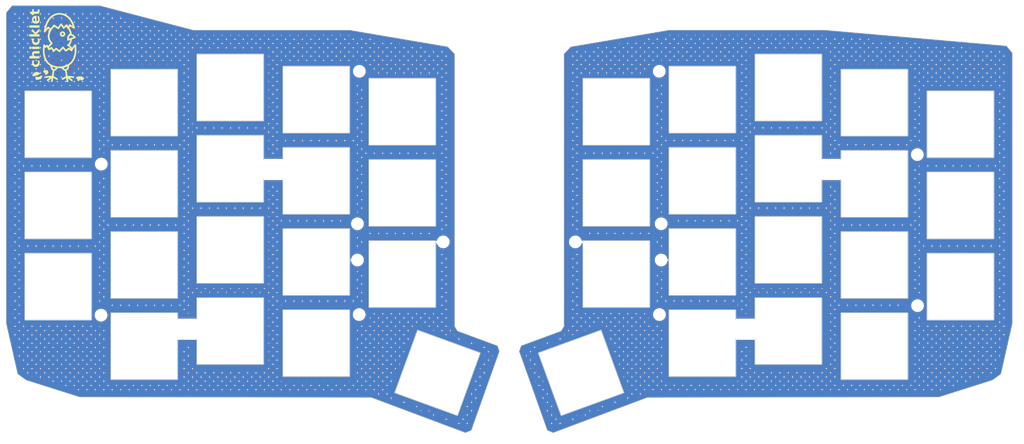
<source format=kicad_pcb>
(kicad_pcb (version 20221018) (generator pcbnew)
  (layers (0 "F.Cu" signal) (31 "B.Cu" signal) (34 "B.Paste" user) (35 "F.Paste" user) (36 "B.SilkS" user "B.Silkscreen") (37 "F.SilkS" user "F.Silkscreen") (38 "B.Mask" user) (39 "F.Mask" user) (44 "Edge.Cuts" user))
  (net 0 "")
  (net 1 "GND")
  (net 2 "GND2")
  (footprint "chicklet-v1:Choc_switchplate" (layer "F.Cu") (at 45.9 65.715 180)
    (fp_text reference "SW1" hide)
    (fp_text value "CPG135001S30 " hide)
    (fp_line (start -7 -7) (end -7 -6) (stroke (width 0.15)) (layer "Edge.Cuts"))
    (fp_line (start -7 -6) (end -7 7) (stroke (width 0.15)) (layer "Edge.Cuts"))
    (fp_line (start -7 7) (end -6 7) (stroke (width 0.15)) (layer "Edge.Cuts"))
    (fp_line (start 0 -7) (end -7 -7) (stroke (width 0.15)) (layer "Edge.Cuts"))
    (fp_line (start 0 -7) (end 7 -7) (stroke (width 0.15)) (layer "Edge.Cuts"))
    (fp_line (start 7 -7) (end 7 6) (stroke (width 0.15)) (layer "Edge.Cuts"))
    (fp_line (start 7 6) (end 7 7) (stroke (width 0.15)) (layer "Edge.Cuts"))
    (fp_line (start 7 7) (end -6 7) (stroke (width 0.15)) (layer "Edge.Cuts"))
  )
  (footprint "chicklet-v1:Choc_switchplate" (layer "F.Cu") (at 100.05 94.64)
    (fp_text reference "SW14" hide)
    (fp_text value "CPG135001S30 " hide)
    (fp_line (start -7 -7) (end -7 -6) (stroke (width 0.15)) (layer "Edge.Cuts"))
    (fp_line (start -7 -6) (end -7 7) (stroke (width 0.15)) (layer "Edge.Cuts"))
    (fp_line (start -7 7) (end -6 7) (stroke (width 0.15)) (layer "Edge.Cuts"))
    (fp_line (start 0 -7) (end -7 -7) (stroke (width 0.15)) (layer "Edge.Cuts"))
    (fp_line (start 0 -7) (end 7 -7) (stroke (width 0.15)) (layer "Edge.Cuts"))
    (fp_line (start 7 -7) (end 7 6) (stroke (width 0.15)) (layer "Edge.Cuts"))
    (fp_line (start 7 6) (end 7 7) (stroke (width 0.15)) (layer "Edge.Cuts"))
    (fp_line (start 7 7) (end -6 7) (stroke (width 0.15)) (layer "Edge.Cuts"))
  )
  (footprint "chicklet-v1:Choc_switchplate" (layer "F.Cu") (at 63.95 61.175 180)
    (fp_text reference "SW4" hide)
    (fp_text value "CPG135001S30 " hide)
    (fp_line (start -7 -7) (end -7 -6) (stroke (width 0.15)) (layer "Edge.Cuts"))
    (fp_line (start -7 -6) (end -7 7) (stroke (width 0.15)) (layer "Edge.Cuts"))
    (fp_line (start -7 7) (end -6 7) (stroke (width 0.15)) (layer "Edge.Cuts"))
    (fp_line (start 0 -7) (end -7 -7) (stroke (width 0.15)) (layer "Edge.Cuts"))
    (fp_line (start 0 -7) (end 7 -7) (stroke (width 0.15)) (layer "Edge.Cuts"))
    (fp_line (start 7 -7) (end 7 6) (stroke (width 0.15)) (layer "Edge.Cuts"))
    (fp_line (start 7 6) (end 7 7) (stroke (width 0.15)) (layer "Edge.Cuts"))
    (fp_line (start 7 7) (end -6 7) (stroke (width 0.15)) (layer "Edge.Cuts"))
  )
  (footprint "chicklet-v1:Choc_switchplate" (layer "F.Cu") (at 82 109.15 180)
    (fp_text reference "SW11" hide)
    (fp_text value "CPG135001S30 " hide)
    (fp_line (start -7 -7) (end -7 -6) (stroke (width 0.15)) (layer "Edge.Cuts"))
    (fp_line (start -7 -6) (end -7 7) (stroke (width 0.15)) (layer "Edge.Cuts"))
    (fp_line (start -7 7) (end -6 7) (stroke (width 0.15)) (layer "Edge.Cuts"))
    (fp_line (start 0 -7) (end -7 -7) (stroke (width 0.15)) (layer "Edge.Cuts"))
    (fp_line (start 0 -7) (end 7 -7) (stroke (width 0.15)) (layer "Edge.Cuts"))
    (fp_line (start 7 -7) (end 7 6) (stroke (width 0.15)) (layer "Edge.Cuts"))
    (fp_line (start 7 6) (end 7 7) (stroke (width 0.15)) (layer "Edge.Cuts"))
    (fp_line (start 7 7) (end -6 7) (stroke (width 0.15)) (layer "Edge.Cuts"))
  )
  (footprint "chicklet-v1:Choc_switchplate" (layer "F.Cu") (at 118.1 80.13)
    (fp_text reference "SW17" hide)
    (fp_text value "CPG135001S30 " hide)
    (fp_line (start -7 -7) (end -7 -6) (stroke (width 0.15)) (layer "Edge.Cuts"))
    (fp_line (start -7 -6) (end -7 7) (stroke (width 0.15)) (layer "Edge.Cuts"))
    (fp_line (start -7 7) (end -6 7) (stroke (width 0.15)) (layer "Edge.Cuts"))
    (fp_line (start 0 -7) (end -7 -7) (stroke (width 0.15)) (layer "Edge.Cuts"))
    (fp_line (start 0 -7) (end 7 -7) (stroke (width 0.15)) (layer "Edge.Cuts"))
    (fp_line (start 7 -7) (end 7 6) (stroke (width 0.15)) (layer "Edge.Cuts"))
    (fp_line (start 7 6) (end 7 7) (stroke (width 0.15)) (layer "Edge.Cuts"))
    (fp_line (start 7 7) (end -6 7) (stroke (width 0.15)) (layer "Edge.Cuts"))
  )
  (footprint "chicklet-v1:Choc_switchplate" (layer "F.Cu") (at 82 75.05 180)
    (fp_text reference "SW9" hide)
    (fp_text value "CPG135001S30 " hide)
    (fp_line (start -7 -7) (end -7 -6) (stroke (width 0.15)) (layer "Edge.Cuts"))
    (fp_line (start -7 -6) (end -7 7) (stroke (width 0.15)) (layer "Edge.Cuts"))
    (fp_line (start -7 7) (end -6 7) (stroke (width 0.15)) (layer "Edge.Cuts"))
    (fp_line (start 0 -7) (end -7 -7) (stroke (width 0.15)) (layer "Edge.Cuts"))
    (fp_line (start 0 -7) (end 7 -7) (stroke (width 0.15)) (layer "Edge.Cuts"))
    (fp_line (start 7 -7) (end 7 6) (stroke (width 0.15)) (layer "Edge.Cuts"))
    (fp_line (start 7 6) (end 7 7) (stroke (width 0.15)) (layer "Edge.Cuts"))
    (fp_line (start 7 7) (end -6 7) (stroke (width 0.15)) (layer "Edge.Cuts"))
  )
  (footprint "chicklet-v1:chicklet" (layer "F.Cu") (at 45.617846 51.174799)
    (fp_text reference "G***" hide)
    (fp_text value "LOGO" hide)
    (fp_poly (pts (xy -0.889025 2.513214) (xy -0.799813 2.545946) (xy -0.708686 2.576277) (xy -0.615651 2.6042) (xy -0.520719 2.629704) (xy -0.423898 2.65278) (xy -0.325199 2.673419) (xy -0.224629 2.691612) (xy -0.225424 2.691612) (xy -0.239481 2.717391) (xy -0.254878 2.743323) (xy -0.27163 2.769098) (xy -0.289755 2.794402) (xy -0.30927 2.818925) (xy -0.330194 2.842356) (xy -0.352543 2.864382) (xy -0.364258 2.87477) (xy -0.376335 2.884691) (xy -0.388778 2.894105) (xy -0.401588 2.902973) (xy -0.414767 2.911256) (xy -0.428318 2.918915) (xy -0.442243 2.925912) (xy -0.456544 2.932207) (xy -0.471223 2.937761) (xy -0.486282 2.942536) (xy -0.501724 2.946492) (xy -0.517551 2.94959) (xy -0.533764 2.951792) (xy -0.550367 2.953059) (xy -0.56736 2.953351) (xy -0.584748 2.95263) (xy -0.60253 2.950857) (xy -0.620711 2.947993) (xy -0.631823 2.944819) (xy -0.650701 2.940049) (xy -0.668943 2.934249) (xy -0.686561 2.927459) (xy -0.703566 2.919718) (xy -0.71997 2.911066) (xy -0.735783 2.901543) (xy -0.751016 2.891188) (xy -0.765682 2.880041) (xy -0.77979 2.868142) (xy -0.793353 2.85553) (xy -0.806382 2.842245) (xy -0.818886 2.828327) (xy -0.830879 2.813816) (xy -0.842371 2.798751) (xy -0.853373 2.783171) (xy -0.863896 2.767117) (xy -0.883552 2.733744) (xy -0.901427 2.698949) (xy -0.917612 2.663049) (xy -0.932196 2.626363) (xy -0.945268 2.589206) (xy -0.956919 2.551897) (xy -0.967236 2.514754) (xy -0.976311 2.478093)) (fill solid) (layer "F.Cu"))
    (fp_poly (pts (xy 2.220236 2.408586) (xy 2.220876 2.420925) (xy 2.221238 2.43335) (xy 2.221311 2.445858) (xy 2.221086 2.458445) (xy 2.220554 2.471108) (xy 2.219706 2.483842) (xy 2.218532 2.496646) (xy 2.217024 2.509514) (xy 2.215171 2.522444) (xy 2.212965 2.535432) (xy 2.210396 2.548475) (xy 2.207455 2.561569) (xy 2.204133 2.574711) (xy 2.20042 2.587897) (xy 2.196307 2.601123) (xy 2.187227 2.628079) (xy 2.176984 2.654433) (xy 2.165625 2.680125) (xy 2.153196 2.705092) (xy 2.139745 2.729274) (xy 2.125316 2.752607) (xy 2.109957 2.775032) (xy 2.093715 2.796485) (xy 2.076635 2.816906) (xy 2.058765 2.836233) (xy 2.040151 2.854404) (xy 2.020839 2.871358) (xy 2.000876 2.887033) (xy 1.980308 2.901367) (xy 1.959182 2.914299) (xy 1.937545 2.925767) (xy 1.921188 2.933794) (xy 1.90514 2.940907) (xy 1.889377 2.947104) (xy 1.873871 2.952382) (xy 1.858598 2.95674) (xy 1.843532 2.960174) (xy 1.828647 2.962683) (xy 1.813918 2.964264) (xy 1.799319 2.964914) (xy 1.784825 2.964633) (xy 1.77041 2.963416) (xy 1.756049 2.961262) (xy 1.741715 2.958169) (xy 1.727384 2.954134) (xy 1.713029 2.949155) (xy 1.698626 2.94323) (xy 1.698626 2.942437) (xy 1.681517 2.934269) (xy 1.664441 2.924681) (xy 1.647432 2.913724) (xy 1.630525 2.901447) (xy 1.613753 2.8879) (xy 1.597149 2.873134) (xy 1.580747 2.857198) (xy 1.564582 2.840142) (xy 1.548686 2.822017) (xy 1.533094 2.802871) (xy 1.517839 2.782757) (xy 1.502954 2.761722) (xy 1.488475 2.739818) (xy 1.474434 2.717094) (xy 1.460864 2.6936) (xy 1.447801 2.669386) (xy 1.536851 2.646617) (xy 1.628739 2.62103) (xy 1.723101 2.59241) (xy 1.819574 2.560544) (xy 1.917796 2.525217) (xy 2.017404 2.486216) (xy 2.118035 2.443327) (xy 2.219326 2.396336)) (fill solid) (layer "F.Cu"))
    (fp_poly (pts (xy 1.297783 -5.592759) (xy 1.30337 -5.584902) (xy 1.309401 -5.577411) (xy 1.315855 -5.570302) (xy 1.322712 -5.563589) (xy 1.32995 -5.557285) (xy 1.337548 -5.551403) (xy 1.345486 -5.54596) (xy 1.353742 -5.540967) (xy 1.362297 -5.536439) (xy 1.371127 -5.532391) (xy 1.380214 -5.528835) (xy 1.389536 -5.525786) (xy 1.399071 -5.523259) (xy 1.4088 -5.521266) (xy 1.4187 -5.519822) (xy 1.428752 -5.518941) (xy 1.438413 -5.518195) (xy 1.448037 -5.518032) (xy 1.457606 -5.518442) (xy 1.4671 -5.519412) (xy 1.476501 -5.520931) (xy 1.48579 -5.522987) (xy 1.49495 -5.525568) (xy 1.50396 -5.528664) (xy 1.512803 -5.532262) (xy 1.52146 -5.53635) (xy 1.529912 -5.540918) (xy 1.538141 -5.545953) (xy 1.546128 -5.551444) (xy 1.553855 -5.557379) (xy 1.561302 -5.563746) (xy 1.568452 -5.570534) (xy 1.901827 -5.903909) (xy 1.968647 -5.85277) (xy 2.035517 -5.797477) (xy 2.102077 -5.737875) (xy 2.167969 -5.673809) (xy 2.232833 -5.605124) (xy 2.29631 -5.531667) (xy 2.35804 -5.453282) (xy 2.417665 -5.369815) (xy 2.474825 -5.281111) (xy 2.529161 -5.187015) (xy 2.580313 -5.087373) (xy 2.627922 -4.982031) (xy 2.67163 -4.870833) (xy 2.711075 -4.753625) (xy 2.745901 -4.630252) (xy 2.775746 -4.50056) (xy 2.768753 -4.500429) (xy 2.761768 -4.500037) (xy 2.754803 -4.499382) (xy 2.747865 -4.498464) (xy 2.740965 -4.49728) (xy 2.734111 -4.49583) (xy 2.727313 -4.494112) (xy 2.72058 -4.492126) (xy 2.713922 -4.48987) (xy 2.707347 -4.487343) (xy 2.700865 -4.484544) (xy 2.694486 -4.481472) (xy 2.688218 -4.478126) (xy 2.682071 -4.474504) (xy 2.676054 -4.470605) (xy 2.670177 -4.466428) (xy 2.636083 -4.439741) (xy 2.563517 -4.373187) (xy 2.517528 -4.325152) (xy 2.467585 -4.26738) (xy 2.415577 -4.199948) (xy 2.363393 -4.122933) (xy 2.31292 -4.036411) (xy 2.266047 -3.94046) (xy 2.224662 -3.835156) (xy 2.206617 -3.779021) (xy 2.190653 -3.720576) (xy 2.177005 -3.659831) (xy 2.165909 -3.596796) (xy 2.157601 -3.531481) (xy 2.152317 -3.463894) (xy 2.150294 -3.394046) (xy 2.151767 -3.321946) (xy 2.156972 -3.247603) (xy 2.166146 -3.171028) (xy 2.166743 -3.16621) (xy 2.167492 -3.161431) (xy 2.169433 -3.151998) (xy 2.17195 -3.142745) (xy 2.175026 -3.133685) (xy 2.178641 -3.124834) (xy 2.182777 -3.116208) (xy 2.187416 -3.107822) (xy 2.192538 -3.09969) (xy 2.198125 -3.091828) (xy 2.204159 -3.084251) (xy 2.210621 -3.076973) (xy 2.217492 -3.070011) (xy 2.224753 -3.063379) (xy 2.232387 -3.057093) (xy 2.240374 -3.051166) (xy 2.248696 -3.045616) (xy 2.254082 -3.042583) (xy 2.259524 -3.039738) (xy 2.265025 -3.037081) (xy 2.270586 -3.034614) (xy 2.276207 -3.032338) (xy 2.281889 -3.030253) (xy 2.287634 -3.028361) (xy 2.293443 -3.026664) (xy 2.299317 -3.025162) (xy 2.305258 -3.023856) (xy 2.311266 -3.022749) (xy 2.317343 -3.02184) (xy 2.323489 -3.021131) (xy 2.329706 -3.020623) (xy 2.335996 -3.020317) (xy 2.342358 -3.020215) (xy 2.349014 -3.020362) (xy 2.355864 -3.020798) (xy 2.362882 -3.021512) (xy 2.37004 -3.022497) (xy 2.377309 -3.023741) (xy 2.384662 -3.025237) (xy 2.392071 -3.026975) (xy 2.399508 -3.028945) (xy 2.806702 -3.16547) (xy 2.793716 -3.09954) (xy 2.779391 -3.036693) (xy 2.763837 -2.976862) (xy 2.747164 -2.919982) (xy 2.729485 -2.865986) (xy 2.71091 -2.814809) (xy 2.69155 -2.766385) (xy 2.671516 -2.720648) (xy 2.65092 -2.677532) (xy 2.629872 -2.63697) (xy 2.608483 -2.598897) (xy 2.586864 -2.563247) (xy 2.565127 -2.529954) (xy 2.543383 -2.498951) (xy 2.521742 -2.470174) (xy 2.500315 -2.443555) (xy 2.479214 -2.419029) (xy 2.458549 -2.39653) (xy 2.438432 -2.375992) (xy 2.418974 -2.357349) (xy 2.382478 -2.325484) (xy 2.349949 -2.300407) (xy 2.322275 -2.28159) (xy 2.300345 -2.268505) (xy 2.285048 -2.260625) (xy 2.277271 -2.257421) (xy 2.2652 -2.251705) (xy 2.253711 -2.245291) (xy 2.242823 -2.238208) (xy 2.23256 -2.230483) (xy 2.222943 -2.222143) (xy 2.213995 -2.213218) (xy 2.205738 -2.203735) (xy 2.198193 -2.193722) (xy 2.191383 -2.183206) (xy 2.18533 -2.172216) (xy 2.180056 -2.16078) (xy 2.175583 -2.148925) (xy 2.171934 -2.136679) (xy 2.16913 -2.12407) (xy 2.167193 -2.111127) (xy 2.166146 -2.097877) (xy 2.165975 -2.091485) (xy 2.166056 -2.085113) (xy 2.166383 -2.078767) (xy 2.166953 -2.072453) (xy 2.167761 -2.066177) (xy 2.168801 -2.059945) (xy 2.170071 -2.053762) (xy 2.171565 -2.047635) (xy 2.173279 -2.041569) (xy 2.175208 -2.035571) (xy 2.177347 -2.029647) (xy 2.179693 -2.023802) (xy 2.182241 -2.018042) (xy 2.184986 -2.012374) (xy 2.187923 -2.006804) (xy 2.191049 -2.001337) (xy 2.194359 -1.995979) (xy 2.197847 -1.990736) (xy 2.201511 -1.985614) (xy 2.205344 -1.98062) (xy 2.209344 -1.975759) (xy 2.213504 -1.971037) (xy 2.217821 -1.96646) (xy 2.222291 -1.962033) (xy 2.226908 -1.957764) (xy 2.231668 -1.953658) (xy 2.236566 -1.949721) (xy 2.241599 -1.945958) (xy 2.246762 -1.942377) (xy 2.25205 -1.938982) (xy 2.257458 -1.93578) (xy 2.262983 -1.932776) (xy 2.280486 -1.923957) (xy 2.325912 -1.896896) (xy 2.394891 -1.850693) (xy 2.436846 -1.820131) (xy 2.48305 -1.784444) (xy 2.532956 -1.743521) (xy 2.586018 -1.697248) (xy 2.641688 -1.645513) (xy 2.699421 -1.588202) (xy 2.758671 -1.525203) (xy 2.81889 -1.456404) (xy 2.879533 -1.381691) (xy 2.940052 -1.300951) (xy 2.638427 -1.508914) (xy 2.636325 -1.510366) (xy 2.634188 -1.511748) (xy 2.632019 -1.513065) (xy 2.62982 -1.514322) (xy 2.627592 -1.515522) (xy 2.625339 -1.516672) (xy 2.620766 -1.518836) (xy 2.616118 -1.520851) (xy 2.611414 -1.522755) (xy 2.601914 -1.526377) (xy 2.593842 -1.529447) (xy 2.585706 -1.532107) (xy 2.577516 -1.534358) (xy 2.569284 -1.5362) (xy 2.561019 -1.537633) (xy 2.552731 -1.538656) (xy 2.544432 -1.53927) (xy 2.536132 -1.539474) (xy 2.527842 -1.53927) (xy 2.519571 -1.538656) (xy 2.51133 -1.537633) (xy 2.50313 -1.5362) (xy 2.494981 -1.534358) (xy 2.486894 -1.532107) (xy 2.478878 -1.529447) (xy 2.470946 -1.526377) (xy 2.453285 -1.518539) (xy 2.449009 -1.516463) (xy 2.446905 -1.515363) (xy 2.444827 -1.51421) (xy 2.442776 -1.512997) (xy 2.440756 -1.511716) (xy 2.438768 -1.510357) (xy 2.436814 -1.508914) (xy 1.921671 -1.150139) (xy 1.42637 -1.716083) (xy 1.423496 -1.71946) (xy 1.42053 -1.722743) (xy 1.417473 -1.725934) (xy 1.414327 -1.729031) (xy 1.411093 -1.732035) (xy 1.407771 -1.734947) (xy 1.404363 -1.737765) (xy 1.40087 -1.740491) (xy 1.397294 -1.743123) (xy 1.393635 -1.745662) (xy 1.389895 -1.748109) (xy 1.386074 -1.750462) (xy 1.382175 -1.752722) (xy 1.378197 -1.75489) (xy 1.374143 -1.756964) (xy 1.370014 -1.758946) (xy 1.36567 -1.760833) (xy 1.361273 -1.762624) (xy 1.356825 -1.764315) (xy 1.352328 -1.765902) (xy 1.347784 -1.767383) (xy 1.343197 -1.768753) (xy 1.338567 -1.77001) (xy 1.333898 -1.771148) (xy 1.329192 -1.772166) (xy 1.32445 -1.77306) (xy 1.319677 -1.773826) (xy 1.314873 -1.77446) (xy 1.310041 -1.774959) (xy 1.305183 -1.77532) (xy 1.300303 -1.77554) (xy 1.295401 -1.775613) (xy 1.286815 -1.775381) (xy 1.278053 -1.774688) (xy 1.269167 -1.773536) (xy 1.260203 -1.77193) (xy 1.251212 -1.769872) (xy 1.242242 -1.767367) (xy 1.233341 -1.764418) (xy 1.224559 -1.761028) (xy 1.215945 -1.757201) (xy 1.207546 -1.75294) (xy 1.199413 -1.748249) (xy 1.191594 -1.743132) (xy 1.184137 -1.737591) (xy 1.177092 -1.73163) (xy 1.170508 -1.725253) (xy 1.164433 -1.718463) (xy 0.959645 -1.498594) (xy 0.523877 -1.029488) (xy 0.468314 -1.076319) (xy -0.011904 -1.481925) (xy -0.018526 -1.486958) (xy -0.025285 -1.491641) (xy -0.032173 -1.495978) (xy -0.039177 -1.499971) (xy -0.046289 -1.503625) (xy -0.053498 -1.506943) (xy -0.060792 -1.509928) (xy -0.068162 -1.512584) (xy -0.075597 -1.514915) (xy -0.083087 -1.516924) (xy -0.09062 -1.518613) (xy -0.098188 -1.519988) (xy -0.105779 -1.521052) (xy -0.113382 -1.521807) (xy -0.120988 -1.522257) (xy -0.128586 -1.522407) (xy -0.13333 -1.522211) (xy -0.138038 -1.52192) (xy -0.142711 -1.521531) (xy -0.147351 -1.521042) (xy -0.151958 -1.520451) (xy -0.156533 -1.519755) (xy -0.161078 -1.518953) (xy -0.165594 -1.518041) (xy -0.170083 -1.517017) (xy -0.174544 -1.51588) (xy -0.17898 -1.514626) (xy -0.183392 -1.513253) (xy -0.18778 -1.51176) (xy -0.192146 -1.510143) (xy -0.196492 -1.508401) (xy -0.200817 -1.506531) (xy -0.207063 -1.503475) (xy -0.213281 -1.500243) (xy -0.219444 -1.496806) (xy -0.222495 -1.495002) (xy -0.225522 -1.493136) (xy -0.228521 -1.491206) (xy -0.231489 -1.489206) (xy -0.234422 -1.487135) (xy -0.237317 -1.484988) (xy -0.240169 -1.482762) (xy -0.242977 -1.480453) (xy -0.245736 -1.478059) (xy -0.248442 -1.475575) (xy -0.621505 -1.131087) (xy -0.74533 -1.309681) (xy -0.962818 -1.623212) (xy -0.968972 -1.631463) (xy -0.975513 -1.639247) (xy -0.982419 -1.646564) (xy -0.989669 -1.653412) (xy -0.997239 -1.65979) (xy -1.005108 -1.665698) (xy -1.013254 -1.671133) (xy -1.021655 -1.676095) (xy -1.030288 -1.680583) (xy -1.039131 -1.684596) (xy -1.048163 -1.688131) (xy -1.057361 -1.691189) (xy -1.066703 -1.693768) (xy -1.076168 -1.695866) (xy -1.085732 -1.697484) (xy -1.095374 -1.698619) (xy -1.102229 -1.699092) (xy -1.109094 -1.699319) (xy -1.115965 -1.699295) (xy -1.122833 -1.699015) (xy -1.129692 -1.698475) (xy -1.136534 -1.69767) (xy -1.143354 -1.696594) (xy -1.150143 -1.695245) (xy -1.156895 -1.693616) (xy -1.163603 -1.691704) (xy -1.170259 -1.689504) (xy -1.176858 -1.68701) (xy -1.183391 -1.684219) (xy -1.189852 -1.681125) (xy -1.196234 -1.677725) (xy -1.20253 -1.674013) (xy -1.563687 -1.452556) (xy -1.623218 -1.566062) (xy -1.622424 -1.568448) (xy -1.602944 -1.601318) (xy -1.581951 -1.634246) (xy -1.559585 -1.667161) (xy -1.535983 -1.699992) (xy -1.485629 -1.765112) (xy -1.431999 -1.829034) (xy -1.376201 -1.891183) (xy -1.319345 -1.950988) (xy -1.26254 -2.007874) (xy -1.206896 -2.061268) (xy -1.153521 -2.110597) (xy -1.103526 -2.155288) (xy -1.018107 -2.228464) (xy -0.959516 -2.276208) (xy -0.936624 -2.293935) (xy -0.928829 -2.299941) (xy -0.921515 -2.306334) (xy -0.91468 -2.313095) (xy -0.908322 -2.320203) (xy -0.902438 -2.327636) (xy -0.897027 -2.335374) (xy -0.892085 -2.343396) (xy -0.88761 -2.35168) (xy -0.8836 -2.360206) (xy -0.880054 -2.368953) (xy -0.876967 -2.377901) (xy -0.874339 -2.387027) (xy -0.872167 -2.396311) (xy -0.870448 -2.405733) (xy -0.86918 -2.415271) (xy -0.868362 -2.424904) (xy -0.867615 -2.434434) (xy -0.867453 -2.443955) (xy -0.867863 -2.453442) (xy -0.868833 -2.462867) (xy -0.870352 -2.472204) (xy -0.872408 -2.481426) (xy -0.874989 -2.490506) (xy -0.878085 -2.499417) (xy -0.881683 -2.508133) (xy -0.885771 -2.516627) (xy -0.890339 -2.524872) (xy -0.895374 -2.532841) (xy -0.900865 -2.540509) (xy -0.906799 -2.547847) (xy -0.913167 -2.554829) (xy -0.919955 -2.561429) (xy -0.951102 -2.593949) (xy -1.027298 -2.68095) (xy -1.132496 -2.816413) (xy -1.190957 -2.900437) (xy -1.250652 -2.99432) (xy -1.309574 -3.097309) (xy -1.365719 -3.208653) (xy -1.41708 -3.327598) (xy -1.461653 -3.453393) (xy -1.49743 -3.585285) (xy -1.511394 -3.653283) (xy -1.522407 -3.722522) (xy -1.530219 -3.79291) (xy -1.534578 -3.864352) (xy -1.535234 -3.936754) (xy -1.531937 -4.010023) (xy -1.52603 -4.076501) (xy -1.517799 -4.145411) (xy -1.50719 -4.216523) (xy -1.494147 -4.289609) (xy -1.478615 -4.364438) (xy -1.467812 -4.410069) (xy 0.628651 -4.410069) (xy 0.629396 -4.380416) (xy 0.631608 -4.351162) (xy 0.63525 -4.322342) (xy 0.640289 -4.293991) (xy 0.646687 -4.266145) (xy 0.654409 -4.238841) (xy 0.66342 -4.212112) (xy 0.673684 -4.185996) (xy 0.685165 -4.160527) (xy 0.697828 -4.135742) (xy 0.711637 -4.111675) (xy 0.726556 -4.088363) (xy 0.742551 -4.065841) (xy 0.759585 -4.044145) (xy 0.777622 -4.02331) (xy 0.796628 -4.003372) (xy 0.816566 -3.984366) (xy 0.837401 -3.966328) (xy 0.859098 -3.949294) (xy 0.88162 -3.9333) (xy 0.904932 -3.91838) (xy 0.928999 -3.904571) (xy 0.953784 -3.891908) (xy 0.979253 -3.880427) (xy 1.005369 -3.870163) (xy 1.032097 -3.861153) (xy 1.059402 -3.85343) (xy 1.087248 -3.847032) (xy 1.115599 -3.841994) (xy 1.144419 -3.838351) (xy 1.173673 -3.836139) (xy 1.203326 -3.835394) (xy 1.232979 -3.836146) (xy 1.262233 -3.838377) (xy 1.291053 -3.842051) (xy 1.319404 -3.84713) (xy 1.34725 -3.853578) (xy 1.374554 -3.861357) (xy 1.401283 -3.87043) (xy 1.427399 -3.880762) (xy 1.452868 -3.892314) (xy 1.477653 -3.905051) (xy 1.50172 -3.918934) (xy 1.525032 -3.933928) (xy 1.547554 -3.949994) (xy 1.56925 -3.967097) (xy 1.590085 -3.9852) (xy 1.610023 -4.004264) (xy 1.629029 -4.024255) (xy 1.647067 -4.045134) (xy 1.664101 -4.066864) (xy 1.680095 -4.08941) (xy 1.695015 -4.112733) (xy 1.708824 -4.136797) (xy 1.721487 -4.161565) (xy 1.732968 -4.187) (xy 1.743232 -4.213066) (xy 1.752243 -4.239725) (xy 1.759965 -4.26694) (xy 1.766363 -4.294675) (xy 1.771401 -4.322892) (xy 1.775044 -4.351554) (xy 1.777256 -4.380626) (xy 1.778001 -4.410069) (xy 1.777258 -4.439512) (xy 1.775053 -4.468584) (xy 1.77142 -4.497246) (xy 1.766395 -4.525464) (xy 1.760014 -4.553198) (xy 1.752311 -4.580413) (xy 1.743321 -4.607072) (xy 1.73308 -4.633138) (xy 1.721622 -4.658573) (xy 1.708984 -4.683341) (xy 1.6952 -4.707405) (xy 1.680305 -4.730729) (xy 1.664334 -4.753274) (xy 1.647323 -4.775004) (xy 1.629307 -4.795883) (xy 1.610321 -4.815874) (xy 1.5904 -4.834938) (xy 1.56958 -4.853041) (xy 1.547895 -4.870144) (xy 1.525381 -4.88621) (xy 1.502072 -4.901204) (xy 1.478005 -4.915087) (xy 1.453214 -4.927824) (xy 1.427734 -4.939376) (xy 1.401601 -4.949708) (xy 1.374849 -4.958782) (xy 1.347515 -4.966561) (xy 1.319632 -4.973008) (xy 1.291237 -4.978087) (xy 1.262364 -4.981761) (xy 1.233049 -4.983992) (xy 1.203326 -4.984744) (xy 1.173883 -4.983999) (xy 1.144811 -4.981787) (xy 1.116149 -4.978144) (xy 1.087931 -4.973106) (xy 1.060197 -4.966708) (xy 1.032982 -4.958986) (xy 1.006323 -4.949975) (xy 0.980257 -4.939711) (xy 0.954822 -4.92823) (xy 0.930054 -4.915567) (xy 0.905989 -4.901758) (xy 0.882666 -4.886838) (xy 0.860121 -4.870844) (xy 0.83839 -4.85381) (xy 0.817511 -4.835772) (xy 0.797521 -4.816767) (xy 0.778456 -4.796828) (xy 0.760354 -4.775993) (xy 0.743251 -4.754297) (xy 0.727184 -4.731775) (xy 0.712191 -4.708463) (xy 0.698307 -4.684396) (xy 0.685571 -4.659611) (xy 0.674018 -4.634142) (xy 0.663687 -4.608026) (xy 0.654613 -4.581298) (xy 0.646834 -4.553993) (xy 0.640386 -4.526147) (xy 0.635307 -4.497797) (xy 0.631634 -4.468976) (xy 0.629403 -4.439722) (xy 0.628651 -4.410069) (xy -1.467812 -4.410069) (xy -1.460541 -4.440782) (xy -1.439869 -4.518413) (xy -1.416545 -4.5971) (xy -1.390514 -4.676615) (xy -1.361722 -4.756729) (xy -1.330114 -4.837212) (xy -1.295635 -4.917837) (xy -1.25823 -4.998373) (xy -1.217846 -5.078591) (xy -1.174426 -5.158263) (xy -1.127918 -5.23716) (xy -0.777874 -5.678485) (xy -0.763897 -5.693363) (xy -0.749398 -5.708213) (xy -0.734453 -5.723008) (xy -0.719137 -5.737718) (xy -0.703522 -5.752318) (xy -0.687684 -5.766777) (xy -0.671698 -5.781069) (xy -0.655637 -5.795166) (xy -0.633956 -5.813204) (xy -0.611819 -5.830972) (xy -0.589292 -5.848423) (xy -0.566439 -5.865512) (xy -0.543325 -5.882192) (xy -0.520017 -5.898416) (xy -0.496578 -5.914137) (xy -0.473074 -5.92931) (xy 0.187326 -5.464966) (xy 0.194858 -5.459827) (xy 0.20256 -5.455122) (xy 0.210417 -5.45085) (xy 0.218412 -5.447008) (xy 0.226531 -5.443594) (xy 0.234758 -5.440605) (xy 0.243076 -5.43804) (xy 0.251471 -5.435895) (xy 0.259926 -5.434169) (xy 0.268426 -5.43286) (xy 0.276954 -5.431964) (xy 0.285497 -5.43148) (xy 0.294037 -5.431405) (xy 0.302558 -5.431737) (xy 0.311047 -5.432474) (xy 0.319485 -5.433613) (xy 0.327859 -5.435152) (xy 0.336152 -5.437089) (xy 0.344348 -5.439421) (xy 0.352432 -5.442146) (xy 0.360388 -5.445262) (xy 0.368201 -5.448766) (xy 0.375854 -5.452656) (xy 0.383333 -5.45693) (xy 0.39062 -5.461585) (xy 0.397702 -5.466619) (xy 0.404561 -5.47203) (xy 0.411182 -5.477815) (xy 0.41755 -5.483973) (xy 0.423649 -5.4905) (xy 0.429463 -5.497394) (xy 0.434976 -5.504654) (xy 0.904876 -6.156323)) (fill solid) (layer "F.Cu"))
  )
  (footprint "chicklet-v1:Tenting_Puck-switchplate" (layer "F.Cu") (at 82.025061 91.99156 -28.278)
    (fp_text reference "#TP1")
    (fp_text value "Tenting Puck")
    (pad "" np_thru_hole oval (at 0 -19.05 90) (size 4 8) (drill oval 4 8) (layers "F&B.Cu" "*.Mask"))
    (pad "" np_thru_hole oval (at 0 19.05 90) (size 4 8) (drill oval 4 8) (layers "F&B.Cu" "*.Mask"))
  )
  (footprint "chicklet-v1:Choc_switchplate" (layer "F.Cu") (at 155.61066 117.925 20)
    (fp_text reference "SW23" hide)
    (fp_text value "CPG135001S30 " hide)
    (fp_line (start -7 -7) (end -7 -6) (stroke (width 0.15)) (layer "Edge.Cuts"))
    (fp_line (start -7 -6) (end -7 7) (stroke (width 0.15)) (layer "Edge.Cuts"))
    (fp_line (start -7 7) (end -6 7) (stroke (width 0.15)) (layer "Edge.Cuts"))
    (fp_line (start 0 -7) (end -7 -7) (stroke (width 0.15)) (layer "Edge.Cuts"))
    (fp_line (start 0 -7) (end 7 -7) (stroke (width 0.15)) (layer "Edge.Cuts"))
    (fp_line (start 7 -7) (end 7 6) (stroke (width 0.15)) (layer "Edge.Cuts"))
    (fp_line (start 7 6) (end 7 7) (stroke (width 0.15)) (layer "Edge.Cuts"))
    (fp_line (start 7 7) (end -6 7) (stroke (width 0.15)) (layer "Edge.Cuts"))
  )
  (footprint "MountingHole:MountingHole_2.2mm_M2" (layer "F.Cu") (at 109.05 105.69)
    (fp_text reference "H4" hide)
    (fp_text value "MountingHole")
    (pad "" np_thru_hole circle (at 0 0) (size 2.2 2.2) (drill 2.2) (layers "*.Cu" "*.Mask"))
  )
  (footprint "chicklet-v1:Choc_switchplate" (layer "F.Cu") (at 118.1 97.18 180)
    (fp_text reference "SW18" hide)
    (fp_text value "CPG135001S30 " hide)
    (fp_line (start -7 -7) (end -7 -6) (stroke (width 0.15)) (layer "Edge.Cuts"))
    (fp_line (start -7 -6) (end -7 7) (stroke (width 0.15)) (layer "Edge.Cuts"))
    (fp_line (start -7 7) (end -6 7) (stroke (width 0.15)) (layer "Edge.Cuts"))
    (fp_line (start 0 -7) (end -7 -7) (stroke (width 0.15)) (layer "Edge.Cuts"))
    (fp_line (start 0 -7) (end 7 -7) (stroke (width 0.15)) (layer "Edge.Cuts"))
    (fp_line (start 7 -7) (end 7 6) (stroke (width 0.15)) (layer "Edge.Cuts"))
    (fp_line (start 7 6) (end 7 7) (stroke (width 0.15)) (layer "Edge.Cuts"))
    (fp_line (start 7 7) (end -6 7) (stroke (width 0.15)) (layer "Edge.Cuts"))
  )
  (footprint "chicklet-v1:Choc_switchplate" (layer "F.Cu") (at 125.48934 117.925 -20)
    (fp_text reference "SW19" hide)
    (fp_text value "CPG135001S30 " hide)
    (fp_line (start -7 -7) (end -7 -6) (stroke (width 0.15)) (layer "Edge.Cuts"))
    (fp_line (start -7 -6) (end -7 7) (stroke (width 0.15)) (layer "Edge.Cuts"))
    (fp_line (start -7 7) (end -6 7) (stroke (width 0.15)) (layer "Edge.Cuts"))
    (fp_line (start 0 -7) (end -7 -7) (stroke (width 0.15)) (layer "Edge.Cuts"))
    (fp_line (start 0 -7) (end 7 -7) (stroke (width 0.15)) (layer "Edge.Cuts"))
    (fp_line (start 7 -7) (end 7 6) (stroke (width 0.15)) (layer "Edge.Cuts"))
    (fp_line (start 7 6) (end 7 7) (stroke (width 0.15)) (layer "Edge.Cuts"))
    (fp_line (start 7 7) (end -6 7) (stroke (width 0.15)) (layer "Edge.Cuts"))
  )
  (footprint "chicklet-v1:Choc_switchplate" (layer "F.Cu") (at 82 92.1 180)
    (fp_text reference "SW10" hide)
    (fp_text value "CPG135001S30 " hide)
    (fp_line (start -7 -7) (end -7 -6) (stroke (width 0.15)) (layer "Edge.Cuts"))
    (fp_line (start -7 -6) (end -7 7) (stroke (width 0.15)) (layer "Edge.Cuts"))
    (fp_line (start -7 7) (end -6 7) (stroke (width 0.15)) (layer "Edge.Cuts"))
    (fp_line (start 0 -7) (end -7 -7) (stroke (width 0.15)) (layer "Edge.Cuts"))
    (fp_line (start 0 -7) (end 7 -7) (stroke (width 0.15)) (layer "Edge.Cuts"))
    (fp_line (start 7 -7) (end 7 6) (stroke (width 0.15)) (layer "Edge.Cuts"))
    (fp_line (start 7 6) (end 7 7) (stroke (width 0.15)) (layer "Edge.Cuts"))
    (fp_line (start 7 7) (end -6 7) (stroke (width 0.15)) (layer "Edge.Cuts"))
  )
  (footprint "chicklet-v1:Choc_switchplate" (layer "F.Cu") (at 181.05 111.69 180)
    (fp_text reference "SW27" hide)
    (fp_text value "CPG135001S30 " hide)
    (fp_line (start -7 -7) (end -7 -6) (stroke (width 0.15)) (layer "Edge.Cuts"))
    (fp_line (start -7 -6) (end -7 7) (stroke (width 0.15)) (layer "Edge.Cuts"))
    (fp_line (start -7 7) (end -6 7) (stroke (width 0.15)) (layer "Edge.Cuts"))
    (fp_line (start 0 -7) (end -7 -7) (stroke (width 0.15)) (layer "Edge.Cuts"))
    (fp_line (start 0 -7) (end 7 -7) (stroke (width 0.15)) (layer "Edge.Cuts"))
    (fp_line (start 7 -7) (end 7 6) (stroke (width 0.15)) (layer "Edge.Cuts"))
    (fp_line (start 7 6) (end 7 7) (stroke (width 0.15)) (layer "Edge.Cuts"))
    (fp_line (start 7 7) (end -6 7) (stroke (width 0.15)) (layer "Edge.Cuts"))
  )
  (footprint "chicklet-v1:Choc_switchplate" (layer "F.Cu") (at 217.15 78.225)
    (fp_text reference "SW33" hide)
    (fp_text value "CPG135001S30 " hide)
    (fp_line (start -7 -7) (end -7 -6) (stroke (width 0.15)) (layer "Edge.Cuts"))
    (fp_line (start -7 -6) (end -7 7) (stroke (width 0.15)) (layer "Edge.Cuts"))
    (fp_line (start -7 7) (end -6 7) (stroke (width 0.15)) (layer "Edge.Cuts"))
    (fp_line (start 0 -7) (end -7 -7) (stroke (width 0.15)) (layer "Edge.Cuts"))
    (fp_line (start 0 -7) (end 7 -7) (stroke (width 0.15)) (layer "Edge.Cuts"))
    (fp_line (start 7 -7) (end 7 6) (stroke (width 0.15)) (layer "Edge.Cuts"))
    (fp_line (start 7 6) (end 7 7) (stroke (width 0.15)) (layer "Edge.Cuts"))
    (fp_line (start 7 7) (end -6 7) (stroke (width 0.15)) (layer "Edge.Cuts"))
  )
  (footprint "chicklet-v1:Choc_switchplate" (layer "F.Cu") (at 235.2 82.765 180)
    (fp_text reference "SW37" hide)
    (fp_text value "CPG135001S30 " hide)
    (fp_line (start -7 -7) (end -7 -6) (stroke (width 0.15)) (layer "Edge.Cuts"))
    (fp_line (start -7 -6) (end -7 7) (stroke (width 0.15)) (layer "Edge.Cuts"))
    (fp_line (start -7 7) (end -6 7) (stroke (width 0.15)) (layer "Edge.Cuts"))
    (fp_line (start 0 -7) (end -7 -7) (stroke (width 0.15)) (layer "Edge.Cuts"))
    (fp_line (start 0 -7) (end 7 -7) (stroke (width 0.15)) (layer "Edge.Cuts"))
    (fp_line (start 7 -7) (end 7 6) (stroke (width 0.15)) (layer "Edge.Cuts"))
    (fp_line (start 7 6) (end 7 7) (stroke (width 0.15)) (layer "Edge.Cuts"))
    (fp_line (start 7 7) (end -6 7) (stroke (width 0.15)) (layer "Edge.Cuts"))
  )
  (footprint "chicklet-v1:Choc_switchplate" (layer "F.Cu") (at 163 80.13)
    (fp_text reference "SW21" hide)
    (fp_text value "CPG135001S30 " hide)
    (fp_line (start -7 -7) (end -7 -6) (stroke (width 0.15)) (layer "Edge.Cuts"))
    (fp_line (start -7 -6) (end -7 7) (stroke (width 0.15)) (layer "Edge.Cuts"))
    (fp_line (start -7 7) (end -6 7) (stroke (width 0.15)) (layer "Edge.Cuts"))
    (fp_line (start 0 -7) (end -7 -7) (stroke (width 0.15)) (layer "Edge.Cuts"))
    (fp_line (start 0 -7) (end 7 -7) (stroke (width 0.15)) (layer "Edge.Cuts"))
    (fp_line (start 7 -7) (end 7 6) (stroke (width 0.15)) (layer "Edge.Cuts"))
    (fp_line (start 7 6) (end 7 7) (stroke (width 0.15)) (layer "Edge.Cuts"))
    (fp_line (start 7 7) (end -6 7) (stroke (width 0.15)) (layer "Edge.Cuts"))
  )
  (footprint "chicklet-v1:Choc_switchplate" (layer "F.Cu") (at 82 58 180)
    (fp_text reference "SW8" hide)
    (fp_text value "CPG135001S30 " hide)
    (fp_line (start -7 -7) (end -7 -6) (stroke (width 0.15)) (layer "Edge.Cuts"))
    (fp_line (start -7 -6) (end -7 7) (stroke (width 0.15)) (layer "Edge.Cuts"))
    (fp_line (start -7 7) (end -6 7) (stroke (width 0.15)) (layer "Edge.Cuts"))
    (fp_line (start 0 -7) (end -7 -7) (stroke (width 0.15)) (layer "Edge.Cuts"))
    (fp_line (start 0 -7) (end 7 -7) (stroke (width 0.15)) (layer "Edge.Cuts"))
    (fp_line (start 7 -7) (end 7 6) (stroke (width 0.15)) (layer "Edge.Cuts"))
    (fp_line (start 7 6) (end 7 7) (stroke (width 0.15)) (layer "Edge.Cuts"))
    (fp_line (start 7 7) (end -6 7) (stroke (width 0.15)) (layer "Edge.Cuts"))
  )
  (footprint "MountingHole:MountingHole_2.2mm_M2" (layer "F.Cu") (at 54.9 105.815)
    (fp_text reference "H3" hide)
    (fp_text value "MountingHole")
    (pad "" np_thru_hole circle (at 0 0) (size 2.2 2.2) (drill 2.2) (layers "*.Cu" "*.Mask"))
  )
  (footprint "chicklet-v1:Choc_switchplate" (layer "F.Cu") (at 45.9 82.765 180)
    (fp_text reference "SW2" hide)
    (fp_text value "CPG135001S30 " hide)
    (fp_line (start -7 -7) (end -7 -6) (stroke (width 0.15)) (layer "Edge.Cuts"))
    (fp_line (start -7 -6) (end -7 7) (stroke (width 0.15)) (layer "Edge.Cuts"))
    (fp_line (start -7 7) (end -6 7) (stroke (width 0.15)) (layer "Edge.Cuts"))
    (fp_line (start 0 -7) (end -7 -7) (stroke (width 0.15)) (layer "Edge.Cuts"))
    (fp_line (start 0 -7) (end 7 -7) (stroke (width 0.15)) (layer "Edge.Cuts"))
    (fp_line (start 7 -7) (end 7 6) (stroke (width 0.15)) (layer "Edge.Cuts"))
    (fp_line (start 7 6) (end 7 7) (stroke (width 0.15)) (layer "Edge.Cuts"))
    (fp_line (start 7 7) (end -6 7) (stroke (width 0.15)) (layer "Edge.Cuts"))
  )
  (footprint "chicklet-v1:Choc_switchplate" (layer "F.Cu") (at 235.2 65.715 180)
    (fp_text reference "SW36" hide)
    (fp_text value "CPG135001S30 " hide)
    (fp_line (start -7 -7) (end -7 -6) (stroke (width 0.15)) (layer "Edge.Cuts"))
    (fp_line (start -7 -6) (end -7 7) (stroke (width 0.15)) (layer "Edge.Cuts"))
    (fp_line (start -7 7) (end -6 7) (stroke (width 0.15)) (layer "Edge.Cuts"))
    (fp_line (start 0 -7) (end -7 -7) (stroke (width 0.15)) (layer "Edge.Cuts"))
    (fp_line (start 0 -7) (end 7 -7) (stroke (width 0.15)) (layer "Edge.Cuts"))
    (fp_line (start 7 -7) (end 7 6) (stroke (width 0.15)) (layer "Edge.Cuts"))
    (fp_line (start 7 6) (end 7 7) (stroke (width 0.15)) (layer "Edge.Cuts"))
    (fp_line (start 7 7) (end -6 7) (stroke (width 0.15)) (layer "Edge.Cuts"))
  )
  (footprint "MountingHole:MountingHole_2.2mm_M2" (layer "F.Cu") (at 54.95 74.09)
    (fp_text reference "H2" hide)
    (fp_text value "MountingHole")
    (pad "" np_thru_hole circle (at 0 0) (size 2.2 2.2) (drill 2.2) (layers "*.Cu" "*.Mask"))
  )
  (footprint "chicklet-v1:Choc_switchplate" (layer "F.Cu") (at 63.95 95.275 180)
    (fp_text reference "SW6" hide)
    (fp_text value "CPG135001S30 " hide)
    (fp_line (start -7 -7) (end -7 -6) (stroke (width 0.15)) (layer "Edge.Cuts"))
    (fp_line (start -7 -6) (end -7 7) (stroke (width 0.15)) (layer "Edge.Cuts"))
    (fp_line (start -7 7) (end -6 7) (stroke (width 0.15)) (layer "Edge.Cuts"))
    (fp_line (start 0 -7) (end -7 -7) (stroke (width 0.15)) (layer "Edge.Cuts"))
    (fp_line (start 0 -7) (end 7 -7) (stroke (width 0.15)) (layer "Edge.Cuts"))
    (fp_line (start 7 -7) (end 7 6) (stroke (width 0.15)) (layer "Edge.Cuts"))
    (fp_line (start 7 6) (end 7 7) (stroke (width 0.15)) (layer "Edge.Cuts"))
    (fp_line (start 7 7) (end -6 7) (stroke (width 0.15)) (layer "Edge.Cuts"))
  )
  (footprint "chicklet-v1:Tenting_Puck-switchplate" (layer "F.Cu") (at 199.074939 91.99156 -28.278)
    (fp_text reference "#TP2")
    (fp_text value "Tenting Puck")
    (pad "" np_thru_hole oval (at 0 -19.05 90) (size 4 8) (drill oval 4 8) (layers "F&B.Cu" "*.Mask"))
    (pad "" np_thru_hole oval (at 0 19.05 90) (size 4 8) (drill oval 4 8) (layers "F&B.Cu" "*.Mask"))
  )
  (footprint "chicklet-v1:Choc_switchplate" (layer "F.Cu") (at 199.1 92.1 180)
    (fp_text reference "SW30" hide)
    (fp_text value "CPG135001S30 " hide)
    (fp_line (start -7 -7) (end -7 -6) (stroke (width 0.15)) (layer "Edge.Cuts"))
    (fp_line (start -7 -6) (end -7 7) (stroke (width 0.15)) (layer "Edge.Cuts"))
    (fp_line (start -7 7) (end -6 7) (stroke (width 0.15)) (layer "Edge.Cuts"))
    (fp_line (start 0 -7) (end -7 -7) (stroke (width 0.15)) (layer "Edge.Cuts"))
    (fp_line (start 0 -7) (end 7 -7) (stroke (width 0.15)) (layer "Edge.Cuts"))
    (fp_line (start 7 -7) (end 7 6) (stroke (width 0.15)) (layer "Edge.Cuts"))
    (fp_line (start 7 6) (end 7 7) (stroke (width 0.15)) (layer "Edge.Cuts"))
    (fp_line (start 7 7) (end -6 7) (stroke (width 0.15)) (layer "Edge.Cuts"))
  )
  (footprint "chicklet-v1:Choc_switchplate" (layer "F.Cu") (at 163 63.08 180)
    (fp_text reference "SW20" hide)
    (fp_text value "CPG135001S30 " hide)
    (fp_line (start -7 -7) (end -7 -6) (stroke (width 0.15)) (layer "Edge.Cuts"))
    (fp_line (start -7 -6) (end -7 7) (stroke (width 0.15)) (layer "Edge.Cuts"))
    (fp_line (start -7 7) (end -6 7) (stroke (width 0.15)) (layer "Edge.Cuts"))
    (fp_line (start 0 -7) (end -7 -7) (stroke (width 0.15)) (layer "Edge.Cuts"))
    (fp_line (start 0 -7) (end 7 -7) (stroke (width 0.15)) (layer "Edge.Cuts"))
    (fp_line (start 7 -7) (end 7 6) (stroke (width 0.15)) (layer "Edge.Cuts"))
    (fp_line (start 7 6) (end 7 7) (stroke (width 0.15)) (layer "Edge.Cuts"))
    (fp_line (start 7 7) (end -6 7) (stroke (width 0.15)) (layer "Edge.Cuts"))
  )
  (footprint "chicklet-v1:Choc_switchplate" (layer "F.Cu") (at 45.9 99.815 180)
    (fp_text reference "SW3" hide)
    (fp_text value "CPG135001S30 " hide)
    (fp_line (start -7 -7) (end -7 -6) (stroke (width 0.15)) (layer "Edge.Cuts"))
    (fp_line (start -7 -6) (end -7 7) (stroke (width 0.15)) (layer "Edge.Cuts"))
    (fp_line (start -7 7) (end -6 7) (stroke (width 0.15)) (layer "Edge.Cuts"))
    (fp_line (start 0 -7) (end -7 -7) (stroke (width 0.15)) (layer "Edge.Cuts"))
    (fp_line (start 0 -7) (end 7 -7) (stroke (width 0.15)) (layer "Edge.Cuts"))
    (fp_line (start 7 -7) (end 7 6) (stroke (width 0.15)) (layer "Edge.Cuts"))
    (fp_line (start 7 6) (end 7 7) (stroke (width 0.15)) (layer "Edge.Cuts"))
    (fp_line (start 7 7) (end -6 7) (stroke (width 0.15)) (layer "Edge.Cuts"))
  )
  (footprint "chicklet-v1:Choc_switchplate" (layer "F.Cu") (at 181.05 77.59)
    (fp_text reference "SW25" hide)
    (fp_text value "CPG135001S30 " hide)
    (fp_line (start -7 -7) (end -7 -6) (stroke (width 0.15)) (layer "Edge.Cuts"))
    (fp_line (start -7 -6) (end -7 7) (stroke (width 0.15)) (layer "Edge.Cuts"))
    (fp_line (start -7 7) (end -6 7) (stroke (width 0.15)) (layer "Edge.Cuts"))
    (fp_line (start 0 -7) (end -7 -7) (stroke (width 0.15)) (layer "Edge.Cuts"))
    (fp_line (start 0 -7) (end 7 -7) (stroke (width 0.15)) (layer "Edge.Cuts"))
    (fp_line (start 7 -7) (end 7 6) (stroke (width 0.15)) (layer "Edge.Cuts"))
    (fp_line (start 7 6) (end 7 7) (stroke (width 0.15)) (layer "Edge.Cuts"))
    (fp_line (start 7 7) (end -6 7) (stroke (width 0.15)) (layer "Edge.Cuts"))
  )
  (footprint "chicklet-v1:Choc_switchplate" (layer "F.Cu") (at 199.1 75.05 180)
    (fp_text reference "SW29" hide)
    (fp_text value "CPG135001S30 " hide)
    (fp_line (start -7 -7) (end -7 -6) (stroke (width 0.15)) (layer "Edge.Cuts"))
    (fp_line (start -7 -6) (end -7 7) (stroke (width 0.15)) (layer "Edge.Cuts"))
    (fp_line (start -7 7) (end -6 7) (stroke (width 0.15)) (layer "Edge.Cuts"))
    (fp_line (start 0 -7) (end -7 -7) (stroke (width 0.15)) (layer "Edge.Cuts"))
    (fp_line (start 0 -7) (end 7 -7) (stroke (width 0.15)) (layer "Edge.Cuts"))
    (fp_line (start 7 -7) (end 7 6) (stroke (width 0.15)) (layer "Edge.Cuts"))
    (fp_line (start 7 6) (end 7 7) (stroke (width 0.15)) (layer "Edge.Cuts"))
    (fp_line (start 7 7) (end -6 7) (stroke (width 0.15)) (layer "Edge.Cuts"))
  )
  (footprint "chicklet-v1:Choc_switchplate" (layer "F.Cu") (at 181.05 94.64)
    (fp_text reference "SW26" hide)
    (fp_text value "CPG135001S30 " hide)
    (fp_line (start -7 -7) (end -7 -6) (stroke (width 0.15)) (layer "Edge.Cuts"))
    (fp_line (start -7 -6) (end -7 7) (stroke (width 0.15)) (layer "Edge.Cuts"))
    (fp_line (start -7 7) (end -6 7) (stroke (width 0.15)) (layer "Edge.Cuts"))
    (fp_line (start 0 -7) (end -7 -7) (stroke (width 0.15)) (layer "Edge.Cuts"))
    (fp_line (start 0 -7) (end 7 -7) (stroke (width 0.15)) (layer "Edge.Cuts"))
    (fp_line (start 7 -7) (end 7 6) (stroke (width 0.15)) (layer "Edge.Cuts"))
    (fp_line (start 7 6) (end 7 7) (stroke (width 0.15)) (layer "Edge.Cuts"))
    (fp_line (start 7 7) (end -6 7) (stroke (width 0.15)) (layer "Edge.Cuts"))
  )
  (footprint "chicklet-v1:Choc_switchplate" (layer "F.Cu") (at 199.1 109.15 180)
    (fp_text reference "SW31" hide)
    (fp_text value "CPG135001S30 " hide)
    (fp_line (start -7 -7) (end -7 -6) (stroke (width 0.15)) (layer "Edge.Cuts"))
    (fp_line (start -7 -6) (end -7 7) (stroke (width 0.15)) (layer "Edge.Cuts"))
    (fp_line (start -7 7) (end -6 7) (stroke (width 0.15)) (layer "Edge.Cuts"))
    (fp_line (start 0 -7) (end -7 -7) (stroke (width 0.15)) (layer "Edge.Cuts"))
    (fp_line (start 0 -7) (end 7 -7) (stroke (width 0.15)) (layer "Edge.Cuts"))
    (fp_line (start 7 -7) (end 7 6) (stroke (width 0.15)) (layer "Edge.Cuts"))
    (fp_line (start 7 6) (end 7 7) (stroke (width 0.15)) (layer "Edge.Cuts"))
    (fp_line (start 7 7) (end -6 7) (stroke (width 0.15)) (layer "Edge.Cuts"))
  )
  (footprint "chicklet-v1:Choc_switchplate" (layer "F.Cu") (at 217.15 95.275)
    (fp_text reference "SW34" hide)
    (fp_text value "CPG135001S30 " hide)
    (fp_line (start -7 -7) (end -7 -6) (stroke (width 0.15)) (layer "Edge.Cuts"))
    (fp_line (start -7 -6) (end -7 7) (stroke (width 0.15)) (layer "Edge.Cuts"))
    (fp_line (start -7 7) (end -6 7) (stroke (width 0.15)) (layer "Edge.Cuts"))
    (fp_line (start 0 -7) (end -7 -7) (stroke (width 0.15)) (layer "Edge.Cuts"))
    (fp_line (start 0 -7) (end 7 -7) (stroke (width 0.15)) (layer "Edge.Cuts"))
    (fp_line (start 7 -7) (end 7 6) (stroke (width 0.15)) (layer "Edge.Cuts"))
    (fp_line (start 7 6) (end 7 7) (stroke (width 0.15)) (layer "Edge.Cuts"))
    (fp_line (start 7 7) (end -6 7) (stroke (width 0.15)) (layer "Edge.Cuts"))
  )
  (footprint "chicklet-v1:Choc_switchplate" (layer "F.Cu") (at 217.15 112.325 180)
    (fp_text reference "SW35" hide)
    (fp_text value "CPG135001S30 " hide)
    (fp_line (start -7 -7) (end -7 -6) (stroke (width 0.15)) (layer "Edge.Cuts"))
    (fp_line (start -7 -6) (end -7 7) (stroke (width 0.15)) (layer "Edge.Cuts"))
    (fp_line (start -7 7) (end -6 7) (stroke (width 0.15)) (layer "Edge.Cuts"))
    (fp_line (start 0 -7) (end -7 -7) (stroke (width 0.15)) (layer "Edge.Cuts"))
    (fp_line (start 0 -7) (end 7 -7) (stroke (width 0.15)) (layer "Edge.Cuts"))
    (fp_line (start 7 -7) (end 7 6) (stroke (width 0.15)) (layer "Edge.Cuts"))
    (fp_line (start 7 6) (end 7 7) (stroke (width 0.15)) (layer "Edge.Cuts"))
    (fp_line (start 7 7) (end -6 7) (stroke (width 0.15)) (layer "Edge.Cuts"))
  )
  (footprint "chicklet-v1:Choc_switchplate" (layer "F.Cu") (at 235.2 99.815)
    (fp_text reference "SW38" hide)
    (fp_text value "CPG135001S30 " hide)
    (fp_line (start -7 -7) (end -7 -6) (stroke (width 0.15)) (layer "Edge.Cuts"))
    (fp_line (start -7 -6) (end -7 7) (stroke (width 0.15)) (layer "Edge.Cuts"))
    (fp_line (start -7 7) (end -6 7) (stroke (width 0.15)) (layer "Edge.Cuts"))
    (fp_line (start 0 -7) (end -7 -7) (stroke (width 0.15)) (layer "Edge.Cuts"))
    (fp_line (start 0 -7) (end 7 -7) (stroke (width 0.15)) (layer "Edge.Cuts"))
    (fp_line (start 7 -7) (end 7 6) (stroke (width 0.15)) (layer "Edge.Cuts"))
    (fp_line (start 7 6) (end 7 7) (stroke (width 0.15)) (layer "Edge.Cuts"))
    (fp_line (start 7 7) (end -6 7) (stroke (width 0.15)) (layer "Edge.Cuts"))
  )
  (footprint "chicklet-v1:Choc_switchplate" (layer "F.Cu") (at 100.05 77.59 180)
    (fp_text reference "SW13" hide)
    (fp_text value "CPG135001S30 " hide)
    (fp_line (start -7 -7) (end -7 -6) (stroke (width 0.15)) (layer "Edge.Cuts"))
    (fp_line (start -7 -6) (end -7 7) (stroke (width 0.15)) (layer "Edge.Cuts"))
    (fp_line (start -7 7) (end -6 7) (stroke (width 0.15)) (layer "Edge.Cuts"))
    (fp_line (start 0 -7) (end -7 -7) (stroke (width 0.15)) (layer "Edge.Cuts"))
    (fp_line (start 0 -7) (end 7 -7) (stroke (width 0.15)) (layer "Edge.Cuts"))
    (fp_line (start 7 -7) (end 7 6) (stroke (width 0.15)) (layer "Edge.Cuts"))
    (fp_line (start 7 6) (end 7 7) (stroke (width 0.15)) (layer "Edge.Cuts"))
    (fp_line (start 7 7) (end -6 7) (stroke (width 0.15)) (layer "Edge.Cuts"))
  )
  (footprint "chicklet-v1:Choc_switchplate" (layer "F.Cu") (at 118.1 63.08 180)
    (fp_text reference "SW16" hide)
    (fp_text value "CPG135001S30 " hide)
    (fp_line (start -7 -7) (end -7 -6) (stroke (width 0.15)) (layer "Edge.Cuts"))
    (fp_line (start -7 -6) (end -7 7) (stroke (width 0.15)) (layer "Edge.Cuts"))
    (fp_line (start -7 7) (end -6 7) (stroke (width 0.15)) (layer "Edge.Cuts"))
    (fp_line (start 0 -7) (end -7 -7) (stroke (width 0.15)) (layer "Edge.Cuts"))
    (fp_line (start 0 -7) (end 7 -7) (stroke (width 0.15)) (layer "Edge.Cuts"))
    (fp_line (start 7 -7) (end 7 6) (stroke (width 0.15)) (layer "Edge.Cuts"))
    (fp_line (start 7 6) (end 7 7) (stroke (width 0.15)) (layer "Edge.Cuts"))
    (fp_line (start 7 7) (end -6 7) (stroke (width 0.15)) (layer "Edge.Cuts"))
  )
  (footprint "chicklet-v1:Choc_switchplate" (layer "F.Cu") (at 181.05 60.54 180)
    (fp_text reference "SW24" hide)
    (fp_text value "CPG135001S30 " hide)
    (fp_line (start -7 -7) (end -7 -6) (stroke (width 0.15)) (layer "Edge.Cuts"))
    (fp_line (start -7 -6) (end -7 7) (stroke (width 0.15)) (layer "Edge.Cuts"))
    (fp_line (start -7 7) (end -6 7) (stroke (width 0.15)) (layer "Edge.Cuts"))
    (fp_line (start 0 -7) (end -7 -7) (stroke (width 0.15)) (layer "Edge.Cuts"))
    (fp_line (start 0 -7) (end 7 -7) (stroke (width 0.15)) (layer "Edge.Cuts"))
    (fp_line (start 7 -7) (end 7 6) (stroke (width 0.15)) (layer "Edge.Cuts"))
    (fp_line (start 7 6) (end 7 7) (stroke (width 0.15)) (layer "Edge.Cuts"))
    (fp_line (start 7 7) (end -6 7) (stroke (width 0.15)) (layer "Edge.Cuts"))
  )
  (footprint "chicklet-v1:Choc_switchplate" (layer "F.Cu") (at 199.1 58 180)
    (fp_text reference "SW28" hide)
    (fp_text value "CPG135001S30 " hide)
    (fp_line (start -7 -7) (end -7 -6) (stroke (width 0.15)) (layer "Edge.Cuts"))
    (fp_line (start -7 -6) (end -7 7) (stroke (width 0.15)) (layer "Edge.Cuts"))
    (fp_line (start -7 7) (end -6 7) (stroke (width 0.15)) (layer "Edge.Cuts"))
    (fp_line (start 0 -7) (end -7 -7) (stroke (width 0.15)) (layer "Edge.Cuts"))
    (fp_line (start 0 -7) (end 7 -7) (stroke (width 0.15)) (layer "Edge.Cuts"))
    (fp_line (start 7 -7) (end 7 6) (stroke (width 0.15)) (layer "Edge.Cuts"))
    (fp_line (start 7 6) (end 7 7) (stroke (width 0.15)) (layer "Edge.Cuts"))
    (fp_line (start 7 7) (end -6 7) (stroke (width 0.15)) (layer "Edge.Cuts"))
  )
  (footprint "MountingHole:MountingHole_2.2mm_M2" (layer "F.Cu") (at 109.08934 54.59)
    (fp_text reference "H1" hide)
    (fp_text value "MountingHole")
    (pad "" np_thru_hole circle (at 0 0) (size 2.2 2.2) (drill 2.2) (layers "*.Cu" "*.Mask"))
  )
  (footprint "chicklet-v1:Choc_switchplate" (layer "F.Cu") (at 63.95 112.325 180)
    (fp_text reference "SW7" hide)
    (fp_text value "CPG135001S30 " hide)
    (fp_line (start -7 -7) (end -7 -6) (stroke (width 0.15)) (layer "Edge.Cuts"))
    (fp_line (start -7 -6) (end -7 7) (stroke (width 0.15)) (layer "Edge.Cuts"))
    (fp_line (start -7 7) (end -6 7) (stroke (width 0.15)) (layer "Edge.Cuts"))
    (fp_line (start 0 -7) (end -7 -7) (stroke (width 0.15)) (layer "Edge.Cuts"))
    (fp_line (start 0 -7) (end 7 -7) (stroke (width 0.15)) (layer "Edge.Cuts"))
    (fp_line (start 7 -7) (end 7 6) (stroke (width 0.15)) (layer "Edge.Cuts"))
    (fp_line (start 7 6) (end 7 7) (stroke (width 0.15)) (layer "Edge.Cuts"))
    (fp_line (start 7 7) (end -6 7) (stroke (width 0.15)) (layer "Edge.Cuts"))
  )
  (footprint "chicklet-v1:Choc_switchplate" (layer "F.Cu") (at 163 97.18 180)
    (fp_text reference "SW22" hide)
    (fp_text value "CPG135001S30 " hide)
    (fp_line (start -7 -7) (end -7 -6) (stroke (width 0.15)) (layer "Edge.Cuts"))
    (fp_line (start -7 -6) (end -7 7) (stroke (width 0.15)) (layer "Edge.Cuts"))
    (fp_line (start -7 7) (end -6 7) (stroke (width 0.15)) (layer "Edge.Cuts"))
    (fp_line (start 0 -7) (end -7 -7) (stroke (width 0.15)) (layer "Edge.Cuts"))
    (fp_line (start 0 -7) (end 7 -7) (stroke (width 0.15)) (layer "Edge.Cuts"))
    (fp_line (start 7 -7) (end 7 6) (stroke (width 0.15)) (layer "Edge.Cuts"))
    (fp_line (start 7 6) (end 7 7) (stroke (width 0.15)) (layer "Edge.Cuts"))
    (fp_line (start 7 7) (end -6 7) (stroke (width 0.15)) (layer "Edge.Cuts"))
  )
  (footprint "chicklet-v1:Choc_switchplate" (layer "F.Cu") (at 100.05 60.54 180)
    (fp_text reference "SW12" hide)
    (fp_text value "CPG135001S30 " hide)
    (fp_line (start -7 -7) (end -7 -6) (stroke (width 0.15)) (layer "Edge.Cuts"))
    (fp_line (start -7 -6) (end -7 7) (stroke (width 0.15)) (layer "Edge.Cuts"))
    (fp_line (start -7 7) (end -6 7) (stroke (width 0.15)) (layer "Edge.Cuts"))
    (fp_line (start 0 -7) (end -7 -7) (stroke (width 0.15)) (layer "Edge.Cuts"))
    (fp_line (start 0 -7) (end 7 -7) (stroke (width 0.15)) (layer "Edge.Cuts"))
    (fp_line (start 7 -7) (end 7 6) (stroke (width 0.15)) (layer "Edge.Cuts"))
    (fp_line (start 7 6) (end 7 7) (stroke (width 0.15)) (layer "Edge.Cuts"))
    (fp_line (start 7 7) (end -6 7) (stroke (width 0.15)) (layer "Edge.Cuts"))
  )
  (footprint "chicklet-v1:Choc_switchplate" (layer "F.Cu") (at 63.95 78.225)
    (fp_text reference "SW5" hide)
    (fp_text value "CPG135001S30 " hide)
    (fp_line (start -7 -7) (end -7 -6) (stroke (width 0.15)) (layer "Edge.Cuts"))
    (fp_line (start -7 -6) (end -7 7) (stroke (width 0.15)) (layer "Edge.Cuts"))
    (fp_line (start -7 7) (end -6 7) (stroke (width 0.15)) (layer "Edge.Cuts"))
    (fp_line (start 0 -7) (end -7 -7) (stroke (width 0.15)) (layer "Edge.Cuts"))
    (fp_line (start 0 -7) (end 7 -7) (stroke (width 0.15)) (layer "Edge.Cuts"))
    (fp_line (start 7 -7) (end 7 6) (stroke (width 0.15)) (layer "Edge.Cuts"))
    (fp_line (start 7 6) (end 7 7) (stroke (width 0.15)) (layer "Edge.Cuts"))
    (fp_line (start 7 7) (end -6 7) (stroke (width 0.15)) (layer "Edge.Cuts"))
  )
  (footprint "chicklet-v1:Choc_switchplate" (layer "F.Cu") (at 217.15 61.175 180)
    (fp_text reference "SW32" hide)
    (fp_text value "CPG135001S30 " hide)
    (fp_line (start -7 -7) (end -7 -6) (stroke (width 0.15)) (layer "Edge.Cuts"))
    (fp_line (start -7 -6) (end -7 7) (stroke (width 0.15)) (layer "Edge.Cuts"))
    (fp_line (start -7 7) (end -6 7) (stroke (width 0.15)) (layer "Edge.Cuts"))
    (fp_line (start 0 -7) (end -7 -7) (stroke (width 0.15)) (layer "Edge.Cuts"))
    (fp_line (start 0 -7) (end 7 -7) (stroke (width 0.15)) (layer "Edge.Cuts"))
    (fp_line (start 7 -7) (end 7 6) (stroke (width 0.15)) (layer "Edge.Cuts"))
    (fp_line (start 7 6) (end 7 7) (stroke (width 0.15)) (layer "Edge.Cuts"))
    (fp_line (start 7 7) (end -6 7) (stroke (width 0.15)) (layer "Edge.Cuts"))
  )
  (footprint "chicklet-v1:Choc_switchplate" (layer "F.Cu") (at 100.05 111.69 180)
    (fp_text reference "SW15" hide)
    (fp_text value "CPG135001S30 " hide)
    (fp_line (start -7 -7) (end -7 -6) (stroke (width 0.15)) (layer "Edge.Cuts"))
    (fp_line (start -7 -6) (end -7 7) (stroke (width 0.15)) (layer "Edge.Cuts"))
    (fp_line (start -7 7) (end -6 7) (stroke (width 0.15)) (layer "Edge.Cuts"))
    (fp_line (start 0 -7) (end -7 -7) (stroke (width 0.15)) (layer "Edge.Cuts"))
    (fp_line (start 0 -7) (end 7 -7) (stroke (width 0.15)) (layer "Edge.Cuts"))
    (fp_line (start 7 -7) (end 7 6) (stroke (width 0.15)) (layer "Edge.Cuts"))
    (fp_line (start 7 6) (end 7 7) (stroke (width 0.15)) (layer "Edge.Cuts"))
    (fp_line (start 7 7) (end -6 7) (stroke (width 0.15)) (layer "Edge.Cuts"))
  )
  (footprint "chicklet-v1:sidecar-switchplate" (layer "B.Cu") (at 117.68934 90.425 90)
    (fp_text reference "A1" hide)
    (fp_text value "sidecar-switchplate")
    (pad "" np_thru_hole circle (at -3.81 -9 90) (size 2.2 2.2) (drill 2.2) (layers "F&B.Cu" "*.Mask"))
    (pad "" np_thru_hole circle (at 0 9 90) (size 2.2 2.2) (drill 2.2) (layers "F&B.Cu" "*.Mask"))
    (pad "" np_thru_hole circle (at 3.81 -9 90) (size 2.2 2.2) (drill 2.2) (layers "F&B.Cu" "*.Mask"))
  )
  (footprint "MountingHole:MountingHole_2.2mm_M2" (layer "B.Cu") (at 172.05 105.69 180)
    (fp_text reference "H8" hide)
    (fp_text value "MountingHole")
    (pad "" np_thru_hole circle (at 0 0 180) (size 2.2 2.2) (drill 2.2) (layers "F&B.Cu" "*.Mask"))
  )
  (footprint "MountingHole:MountingHole_2.2mm_M2" (layer "B.Cu") (at 226.15 72.09 180)
    (fp_text reference "H6" hide)
    (fp_text value "MountingHole")
    (pad "" np_thru_hole circle (at 0 0 180) (size 2.2 2.2) (drill 2.2) (layers "F&B.Cu" "*.Mask"))
  )
  (footprint "MountingHole:MountingHole_2.2mm_M2" (layer "B.Cu") (at 226.2 103.815 180)
    (fp_text reference "H7" hide)
    (fp_text value "MountingHole")
    (pad "" np_thru_hole circle (at 0 0 180) (size 2.2 2.2) (drill 2.2) (layers "F&B.Cu" "*.Mask"))
  )
  (footprint "chicklet-v1:sidecar-switchplate" (layer "B.Cu") (at 163.41066 90.425 -90)
    (fp_text reference "A2" hide)
    (fp_text value "sidecar-switchplate")
    (pad "" np_thru_hole circle (at -3.81 -9 270) (size 2.2 2.2) (drill 2.2) (layers "F&B.Cu" "*.Mask"))
    (pad "" np_thru_hole circle (at 0 9 270) (size 2.2 2.2) (drill 2.2) (layers "F&B.Cu" "*.Mask"))
    (pad "" np_thru_hole circle (at 3.81 -9 270) (size 2.2 2.2) (drill 2.2) (layers "F&B.Cu" "*.Mask"))
  )
  (footprint "MountingHole:MountingHole_2.2mm_M2" (layer "B.Cu") (at 172.01066 54.59 180)
    (fp_text reference "H5" hide)
    (fp_text value "MountingHole")
    (pad "" np_thru_hole circle (at 0 0 180) (size 2.2 2.2) (drill 2.2) (layers "F&B.Cu" "*.Mask"))
  )
  (gr_line (start 241.91066 119.475) (end 230.71066 123.025) (stroke (width 0.1)) (layer "Edge.Cuts"))
  (gr_line (start 111.58934 123.125) (end 131.33934 130.525) (stroke (width 0.1)) (layer "Edge.Cuts"))
  (gr_line (start 129.08934 50.925) (end 127.65 49.425) (stroke (width 0.1)) (layer "Edge.Cuts"))
  (gr_line (start 50.38934 123.025) (end 111.58934 123.125) (stroke (width 0.1)) (layer "Edge.Cuts"))
  (gr_line (start 129.08934 108.125) (end 129.08934 50.925) (stroke (width 0.1)) (layer "Edge.Cuts"))
  (gr_line (start 107.08934 45.925) (end 127.65 49.425) (stroke (width 0.1)) (layer "Edge.Cuts"))
  (gr_line (start 244.864123 49.24) (end 206.81066 45.925) (stroke (width 0.1)) (layer "Edge.Cuts"))
  (gr_line (start 148.51066 130.025) (end 149.76066 130.525) (stroke (width 0.1)) (layer "Edge.Cuts"))
  (gr_line (start 246.114123 107.525) (end 243.71066 118.175) (stroke (width 0.1)) (layer "Edge.Cuts"))
  (gr_line (start 244.864123 49.24) (end 246.114123 50.74) (stroke (width 0.1)) (layer "Edge.Cuts"))
  (gr_line (start 152.01066 50.925) (end 152.01066 108.125) (stroke (width 0.1)) (layer "Edge.Cuts"))
  (gr_line (start 74.28934 45.925) (end 54.61434 40.775) (stroke (width 0.1)) (layer "Edge.Cuts"))
  (gr_line (start 153.45 49.425) (end 152.01066 50.925) (stroke (width 0.1)) (layer "Edge.Cuts"))
  (gr_line (start 138.08934 112.225) (end 138.48934 113.425) (stroke (width 0.1)) (layer "Edge.Cuts"))
  (gr_line (start 138.08934 112.225) (end 129.68934 109.125) (stroke (width 0.1)) (layer "Edge.Cuts"))
  (gr_line (start 50.38934 123.025) (end 39.18934 119.475) (stroke (width 0.1)) (layer "Edge.Cuts"))
  (gr_line (start 243.71066 118.175) (end 241.91066 119.475) (stroke (width 0.1)) (layer "Edge.Cuts"))
  (gr_line (start 142.61066 113.425) (end 143.01066 112.225) (stroke (width 0.1)) (layer "Edge.Cuts"))
  (gr_line (start 131.33934 130.525) (end 132.58934 130.025) (stroke (width 0.1)) (layer "Edge.Cuts"))
  (gr_line (start 37.38934 118.175) (end 34.985877 107.525) (stroke (width 0.1)) (layer "Edge.Cuts"))
  (gr_line (start 129.08934 108.125) (end 129.68934 109.125) (stroke (width 0.1)) (layer "Edge.Cuts"))
  (gr_line (start 148.51066 130.025) (end 142.61066 113.425) (stroke (width 0.1)) (layer "Edge.Cuts"))
  (gr_line (start 34.985877 42.275) (end 36.235877 40.775) (stroke (width 0.1)) (layer "Edge.Cuts"))
  (gr_line (start 206.81066 45.925) (end 174.01066 45.925) (stroke (width 0.1)) (layer "Edge.Cuts"))
  (gr_line (start 151.41066 109.125) (end 152.01066 108.125) (stroke (width 0.1)) (layer "Edge.Cuts"))
  (gr_line (start 151.41066 109.125) (end 143.01066 112.225) (stroke (width 0.1)) (layer "Edge.Cuts"))
  (gr_line (start 138.48934 113.425) (end 132.58934 130.025) (stroke (width 0.1)) (layer "Edge.Cuts"))
  (gr_line (start 169.51066 123.125) (end 230.71066 123.025) (stroke (width 0.1)) (layer "Edge.Cuts"))
  (gr_line (start 246.114123 107.525) (end 246.114123 50.74) (stroke (width 0.1)) (layer "Edge.Cuts"))
  (gr_line (start 107.08934 45.925) (end 74.28934 45.925) (stroke (width 0.1)) (layer "Edge.Cuts"))
  (gr_line (start 39.18934 119.475) (end 37.38934 118.175) (stroke (width 0.1)) (layer "Edge.Cuts"))
  (gr_line (start 149.76066 130.525) (end 169.51066 123.125) (stroke (width 0.1)) (layer "Edge.Cuts"))
  (gr_line (start 54.61434 40.775) (end 36.235877 40.775) (stroke (width 0.1)) (layer "Edge.Cuts"))
  (gr_line (start 153.45 49.425) (end 174.01066 45.925) (stroke (width 0.1)) (layer "Edge.Cuts"))
  (gr_line (start 34.985877 42.275) (end 34.985877 107.525) (stroke (width 0.1)) (layer "Edge.Cuts"))
  (gr_text "chicklet" (at 42.325061 53.79156 90) (layer "F.SilkS") (effects (font (size 2 2) (thickness 0.3) bold) (justify left bottom)))
  (zone (net 2) (net_name "GND2") (layers "F&B.Cu") (connect_pads (clearance 0.508)) (min_thickness 0.254) (fill yes (mode hatch) (thermal_gap 0.508) (thermal_bridge_width 0.508) (hatch_thickness 1) (hatch_gap 0.254) (hatch_orientation 45) (hatch_border_algorithm hatch_thickness) (hatch_min_hole_area 0.3))
    (polygon (pts (xy 248.4 39.85) (xy 248.55 132.85) (xy 141.05 132.89) (xy 141.05 39.79)))
  )
  (zone (net 1) (net_name "GND") (layers "F&B.Cu") (connect_pads (clearance 0.508)) (min_thickness 0.254) (fill yes (mode hatch) (thermal_gap 0.508) (thermal_bridge_width 0.508) (hatch_thickness 1) (hatch_gap 0.254) (hatch_orientation 45) (hatch_border_algorithm hatch_thickness) (hatch_min_hole_area 0.3))
    (polygon (pts (xy 141.05 39.79) (xy 141.05 132.89) (xy 33.7 132.715) (xy 33.7 39.615)))
  )
)
</source>
